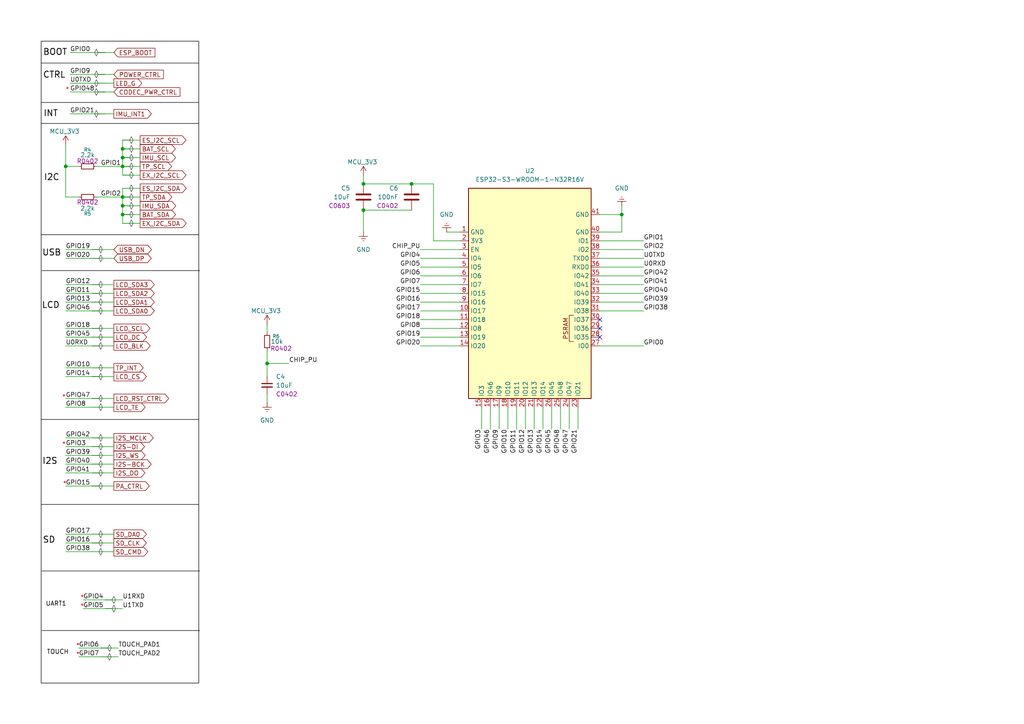
<source format=kicad_sch>
(kicad_sch (version 20250114) (generator "eeschema") (generator_version "9.0")
  (paper "A4")
  (lib_symbols
    (symbol "Device:C" (pin_numbers (hide yes)) (pin_names (offset 0.254))
      (property "Reference" "C" (at 0.635 2.54 0))
      (property "Value" "C" (at 0.635 -2.54 0))
      (symbol "C_0_1"
        (polyline (pts (xy -2.032 0.762) (xy 2.032 0.762)) (stroke (width 0.508)))
        (polyline (pts (xy -2.032 -0.762) (xy 2.032 -0.762)) (stroke (width 0.508)))
      )
      (symbol "C_1_1"
        (pin passive line (at 0 3.81 270) (length 2.794) (name "~") (number "1"))
        (pin passive line (at 0 -3.81 90) (length 2.794) (name "~") (number "2"))
      )
    )
    (symbol "Device:C_Small" (pin_numbers (hide yes)) (pin_names (offset 0.254) (hide yes))
      (property "Reference" "C" (at 0.254 1.778 0))
      (property "Value" "C_Small" (at 0.254 -2.032 0))
      (symbol "C_Small_0_1"
        (polyline (pts (xy -1.524 0.508) (xy 1.524 0.508)) (stroke (width 0.3048)))
        (polyline (pts (xy -1.524 -0.508) (xy 1.524 -0.508)) (stroke (width 0.3302)))
      )
      (symbol "C_Small_1_1"
        (pin passive line (at 0 2.54 270) (length 2.032) (name "~") (number "1"))
        (pin passive line (at 0 -2.54 90) (length 2.032) (name "~") (number "2"))
      )
    )
    (symbol "Device:R_Small" (pin_numbers (hide yes)) (pin_names (offset 0.254) (hide yes))
      (property "Reference" "R" (at 0 0 90))
      (property "Value" "R_Small" (at 1.778 0 90))
      (symbol "R_Small_0_1"
        (rectangle (start -0.762 1.778) (end 0.762 -1.778) (stroke (width 0.2032)))
      )
      (symbol "R_Small_1_1"
        (pin passive line (at 0 2.54 270) (length 0.762) (name "~") (number "1"))
        (pin passive line (at 0 -2.54 90) (length 0.762) (name "~") (number "2"))
      )
    )
    (symbol "EchoEarCopy:ESP32-S3-WROOM-1-N32R16V"
      (property "Reference" "U" (at -16.002 29.464 0))
      (property "Value" "ESP32-S3-WROOM-1-N32R16V" (at 16.002 29.464 0))
      (symbol "ESP32-S3-WROOM-1-N32R16V_0_0"
        (rectangle (start -17.78 27.94) (end 17.78 -33.02) (stroke (width 0.254)) (fill (type background)))
        (text "PSRAM" (at 10.414 -12.7 900) (effects (font (size 1.27 1.27))))
      )
      (symbol "ESP32-S3-WROOM-1-N32R16V_0_1"
        (polyline (pts (xy 12.7 -16.51) (xy 11.43 -16.51) (xy 11.43 -8.89) (xy 12.7 -8.89)))
      )
      (symbol "ESP32-S3-WROOM-1-N32R16V_1_1"
        (pin power_in line (at -20.32 15.24 0) (length 2.54) (name "GND") (number "1"))
        (pin power_in line (at -20.32 12.7 0) (length 2.54) (name "3V3") (number "2"))
        (pin input line (at -20.32 10.16 0) (length 2.54) (name "EN") (number "3"))
        (pin bidirectional line (at -20.32 7.62 0) (length 2.54) (name "IO4") (number "4"))
        (pin bidirectional line (at -20.32 5.08 0) (length 2.54) (name "IO5") (number "5"))
        (pin bidirectional line (at -20.32 2.54 0) (length 2.54) (name "IO6") (number "6"))
        (pin bidirectional line (at -20.32 0 0) (length 2.54) (name "IO7") (number "7"))
        (pin bidirectional line (at -20.32 -2.54 0) (length 2.54) (name "IO15") (number "8"))
        (pin bidirectional line (at -20.32 -5.08 0) (length 2.54) (name "IO16") (number "9"))
        (pin bidirectional line (at -20.32 -7.62 0) (length 2.54) (name "IO17") (number "10"))
        (pin bidirectional line (at -20.32 -10.16 0) (length 2.54) (name "IO18") (number "11"))
        (pin bidirectional line (at -20.32 -12.7 0) (length 2.54) (name "IO8") (number "12"))
        (pin bidirectional line (at -20.32 -15.24 0) (length 2.54) (name "IO19") (number "13"))
        (pin bidirectional line (at -20.32 -17.78 0) (length 2.54) (name "IO20") (number "14"))
        (pin bidirectional line (at -13.97 -35.56 90) (length 2.54) (name "IO3") (number "15"))
        (pin bidirectional line (at -11.43 -35.56 90) (length 2.54) (name "IO46") (number "16"))
        (pin bidirectional line (at -8.89 -35.56 90) (length 2.54) (name "IO9") (number "17"))
        (pin bidirectional line (at -6.35 -35.56 90) (length 2.54) (name "IO10") (number "18"))
        (pin bidirectional line (at -3.81 -35.56 90) (length 2.54) (name "IO11") (number "19"))
        (pin bidirectional line (at -1.27 -35.56 90) (length 2.54) (name "IO12") (number "20"))
        (pin bidirectional line (at 1.27 -35.56 90) (length 2.54) (name "IO13") (number "21"))
        (pin bidirectional line (at 3.81 -35.56 90) (length 2.54) (name "IO14") (number "22"))
        (pin bidirectional line (at 6.35 -35.56 90) (length 2.54) (name "IO45") (number "26"))
        (pin bidirectional line (at 8.89 -35.56 90) (length 2.54) (name "IO48") (number "25"))
        (pin bidirectional line (at 11.43 -35.56 90) (length 2.54) (name "IO47") (number "24"))
        (pin bidirectional line (at 13.97 -35.56 90) (length 2.54) (name "IO21") (number "23"))
        (pin passive line (at 20.32 20.32 180) (length 2.54) (name "GND") (number "41"))
        (pin passive line (at 20.32 15.24 180) (length 2.54) (name "GND") (number "40"))
        (pin bidirectional line (at 20.32 12.7 180) (length 2.54) (name "IO1") (number "39"))
        (pin bidirectional line (at 20.32 10.16 180) (length 2.54) (name "IO2") (number "38"))
        (pin bidirectional line (at 20.32 7.62 180) (length 2.54) (name "TXD0") (number "37"))
        (pin bidirectional line (at 20.32 5.08 180) (length 2.54) (name "RXD0") (number "36"))
        (pin bidirectional line (at 20.32 2.54 180) (length 2.54) (name "IO42") (number "35"))
        (pin bidirectional line (at 20.32 0 180) (length 2.54) (name "IO41") (number "34"))
        (pin bidirectional line (at 20.32 -2.54 180) (length 2.54) (name "IO40") (number "33"))
        (pin bidirectional line (at 20.32 -5.08 180) (length 2.54) (name "IO39") (number "32"))
        (pin bidirectional line (at 20.32 -7.62 180) (length 2.54) (name "IO38") (number "31"))
        (pin bidirectional line (at 20.32 -10.16 180) (length 2.54) (name "IO37") (number "30"))
        (pin bidirectional line (at 20.32 -12.7 180) (length 2.54) (name "IO36") (number "29"))
        (pin bidirectional line (at 20.32 -15.24 180) (length 2.54) (name "IO35") (number "28"))
        (pin bidirectional line (at 20.32 -17.78 180) (length 2.54) (name "IO0") (number "27"))
      )
    )
    (symbol "power:+3V3" (power) (pin_numbers (hide yes)) (pin_names (offset 0) (hide yes))
      (property "Value" "+3V3" (at 0 3.556 0))
      (symbol "+3V3_0_1"
        (polyline (pts (xy -0.762 1.27) (xy 0 2.54)))
        (polyline (pts (xy 0 2.54) (xy 0.762 1.27)))
        (polyline (pts (xy 0 0) (xy 0 2.54)))
      )
      (symbol "+3V3_1_1"
        (pin power_in line (at 0 0 90) (length 0) (name "~") (number "1"))
      )
    )
    (symbol "power:Earth" (power) (pin_numbers (hide yes)) (pin_names (offset 0) (hide yes))
      (property "Value" "Earth" (at 0 -3.81 0))
      (symbol "Earth_0_1"
        (polyline (pts (xy -0.635 -1.905) (xy 0.635 -1.905)))
        (polyline (pts (xy -0.127 -2.54) (xy 0.127 -2.54)))
        (polyline (pts (xy 0 -1.27) (xy 0 0)))
        (polyline (pts (xy 1.27 -1.27) (xy -1.27 -1.27)))
      )
      (symbol "Earth_1_1"
        (pin power_in line (at 0 0 270) (length 0) (name "~") (number "1"))
      )
    )
  )
  (rectangle (start 11.938 11.938) (end 57.658 198.12) (stroke (width 0) (color 0 0 0 1)))
  (text "LCD" (at 14.732 88.646 0) (effects (font (size 1.778 1.778) (thickness 0.2223))))
  (text "CTRL" (at 15.748 21.844 0) (effects (font (size 1.778 1.778) (thickness 0.2223))))
  (text "*" (at 18.542 115.316 0) (effects (font (size 1.27 1.27))))
  (text "*" (at 23.876 173.482 0) (effects (font (size 1.27 1.27))))
  (text "*" (at 18.796 140.462 0) (effects (font (size 1.27 1.27))))
  (text "TOUCH\n" (at 16.764 189.23 0) (effects (font (size 1.27 1.27) (thickness 0.1588))))
  (text "*" (at 22.606 189.992 0) (effects (font (size 1.27 1.27))))
  (text "BOOT" (at 16.002 15.24 0) (effects (font (size 1.778 1.778) (thickness 0.2223))))
  (text "*" (at 22.606 187.452 0) (effects (font (size 1.27 1.27))))
  (text "*" (at 19.558 26.162 0) (effects (font (size 1.27 1.27))))
  (text "I2S" (at 14.478 133.858 0) (effects (font (size 1.778 1.778) (thickness 0.2223))))
  (text "I2C" (at 14.986 51.562 0) (effects (font (size 1.778 1.778) (thickness 0.2223))))
  (text "*" (at 23.876 176.022 0) (effects (font (size 1.27 1.27))))
  (text "UART1" (at 16.256 175.26 0) (effects (font (size 1.27 1.27) (thickness 0.1588))))
  (text "INT\n" (at 14.732 33.02 0) (effects (font (size 1.778 1.778) (thickness 0.2223))))
  (text "SD" (at 14.224 156.718 0) (effects (font (size 1.778 1.778) (thickness 0.2223))))
  (text "*" (at 18.542 129.032 0) (effects (font (size 1.27 1.27))))
  (text "USB" (at 14.986 73.406 0) (effects (font (size 1.778 1.778) (thickness 0.2223))))
  (junction (at 105.41 60.96))
  (junction (at 35.56 57.15))
  (junction (at 180.34 62.23))
  (junction (at 35.56 45.72))
  (junction (at 35.56 62.23))
  (junction (at 19.05 48.26))
  (junction (at 119.38 53.34))
  (junction (at 35.56 43.18))
  (junction (at 35.56 48.26))
  (junction (at 77.47 105.41))
  (junction (at 35.56 59.69))
  (junction (at 105.41 53.34))
  (no_connect (at 173.99 92.71))
  (no_connect (at 173.99 95.25))
  (no_connect (at 173.99 97.79))
  (wire (pts (xy 35.56 59.69) (xy 35.56 62.23)))
  (wire (pts (xy 35.56 50.8) (xy 40.64 50.8)))
  (wire (pts (xy 19.05 160.02) (xy 33.02 160.02)))
  (wire (pts (xy 152.4 118.11) (xy 152.4 124.46)))
  (wire (pts (xy 24.13 176.53) (xy 35.56 176.53)))
  (wire (pts (xy 142.24 118.11) (xy 142.24 124.46)))
  (wire (pts (xy 35.56 57.15) (xy 40.64 57.15)))
  (wire (pts (xy 105.41 60.96) (xy 105.41 67.31)))
  (wire (pts (xy 35.56 64.77) (xy 40.64 64.77)))
  (wire (pts (xy 19.05 74.93) (xy 33.02 74.93)))
  (wire (pts (xy 20.32 15.24) (xy 33.02 15.24)))
  (polyline (pts (xy 12.192 78.486) (xy 57.912 78.486)) (stroke (width 0) (type solid) (color 0 0 0 1)))
  (wire (pts (xy 173.99 74.93) (xy 186.69 74.93)))
  (wire (pts (xy 19.05 85.09) (xy 33.02 85.09)))
  (wire (pts (xy 121.92 77.47) (xy 133.35 77.47)))
  (wire (pts (xy 35.56 54.61) (xy 40.64 54.61)))
  (wire (pts (xy 173.99 90.17) (xy 186.69 90.17)))
  (wire (pts (xy 173.99 85.09) (xy 186.69 85.09)))
  (wire (pts (xy 165.1 118.11) (xy 165.1 124.46)))
  (wire (pts (xy 19.05 132.08) (xy 33.02 132.08)))
  (wire (pts (xy 35.56 40.64) (xy 40.64 40.64)))
  (wire (pts (xy 19.05 82.55) (xy 33.02 82.55)))
  (wire (pts (xy 121.92 74.93) (xy 133.35 74.93)))
  (wire (pts (xy 173.99 100.33) (xy 186.69 100.33)))
  (wire (pts (xy 19.05 154.94) (xy 33.02 154.94)))
  (wire (pts (xy 20.32 26.67) (xy 33.02 26.67)))
  (wire (pts (xy 35.56 45.72) (xy 35.56 48.26)))
  (wire (pts (xy 125.73 69.85) (xy 133.35 69.85)))
  (wire (pts (xy 173.99 69.85) (xy 186.69 69.85)))
  (wire (pts (xy 35.56 43.18) (xy 40.64 43.18)))
  (wire (pts (xy 173.99 72.39) (xy 186.69 72.39)))
  (wire (pts (xy 77.47 101.6) (xy 77.47 105.41)))
  (wire (pts (xy 157.48 118.11) (xy 157.48 124.46)))
  (wire (pts (xy 125.73 53.34) (xy 125.73 69.85)))
  (wire (pts (xy 160.02 118.11) (xy 160.02 124.46)))
  (wire (pts (xy 35.56 45.72) (xy 40.64 45.72)))
  (wire (pts (xy 19.05 41.91) (xy 19.05 48.26)))
  (wire (pts (xy 35.56 48.26) (xy 40.64 48.26)))
  (wire (pts (xy 35.56 40.64) (xy 35.56 43.18)))
  (wire (pts (xy 173.99 82.55) (xy 186.69 82.55)))
  (wire (pts (xy 19.05 134.62) (xy 33.02 134.62)))
  (wire (pts (xy 77.47 105.41) (xy 83.82 105.41)))
  (wire (pts (xy 139.7 118.11) (xy 139.7 124.46)))
  (wire (pts (xy 121.92 92.71) (xy 133.35 92.71)))
  (wire (pts (xy 121.92 95.25) (xy 133.35 95.25)))
  (wire (pts (xy 19.05 118.11) (xy 33.02 118.11)))
  (wire (pts (xy 121.92 80.01) (xy 133.35 80.01)))
  (wire (pts (xy 162.56 118.11) (xy 162.56 124.46)))
  (wire (pts (xy 19.05 97.79) (xy 33.02 97.79)))
  (wire (pts (xy 19.05 57.15) (xy 22.86 57.15)))
  (wire (pts (xy 35.56 57.15) (xy 35.56 59.69)))
  (wire (pts (xy 173.99 87.63) (xy 186.69 87.63)))
  (wire (pts (xy 20.32 33.02) (xy 33.02 33.02)))
  (wire (pts (xy 121.92 72.39) (xy 133.35 72.39)))
  (polyline (pts (xy 11.938 146.304) (xy 57.658 146.304)) (stroke (width 0) (type solid) (color 0 0 0 1)))
  (wire (pts (xy 20.32 24.13) (xy 33.02 24.13)))
  (wire (pts (xy 121.92 97.79) (xy 133.35 97.79)))
  (polyline (pts (xy 11.938 35.814) (xy 57.658 35.814)) (stroke (width 0) (type solid) (color 0 0 0 1)))
  (wire (pts (xy 19.05 48.26) (xy 22.86 48.26)))
  (wire (pts (xy 19.05 157.48) (xy 33.02 157.48)))
  (wire (pts (xy 173.99 80.01) (xy 186.69 80.01)))
  (wire (pts (xy 35.56 59.69) (xy 40.64 59.69)))
  (wire (pts (xy 149.86 118.11) (xy 149.86 124.46)))
  (wire (pts (xy 22.86 187.96) (xy 34.29 187.96)))
  (polyline (pts (xy 12.192 182.88) (xy 57.912 182.88)) (stroke (width 0) (type solid) (color 0 0 0 1)))
  (wire (pts (xy 19.05 87.63) (xy 33.02 87.63)))
  (wire (pts (xy 35.56 62.23) (xy 35.56 64.77)))
  (wire (pts (xy 19.05 48.26) (xy 19.05 57.15)))
  (wire (pts (xy 19.05 109.22) (xy 33.02 109.22)))
  (wire (pts (xy 19.05 90.17) (xy 33.02 90.17)))
  (wire (pts (xy 20.32 21.59) (xy 33.02 21.59)))
  (wire (pts (xy 19.05 72.39) (xy 33.02 72.39)))
  (wire (pts (xy 19.05 106.68) (xy 33.02 106.68)))
  (wire (pts (xy 147.32 118.11) (xy 147.32 124.46)))
  (wire (pts (xy 121.92 100.33) (xy 133.35 100.33)))
  (wire (pts (xy 173.99 62.23) (xy 180.34 62.23)))
  (wire (pts (xy 24.13 173.99) (xy 35.56 173.99)))
  (wire (pts (xy 77.47 105.41) (xy 77.47 109.22)))
  (wire (pts (xy 121.92 90.17) (xy 133.35 90.17)))
  (polyline (pts (xy 11.938 121.666) (xy 57.658 121.666)) (stroke (width 0) (type solid) (color 0 0 0 1)))
  (wire (pts (xy 180.34 62.23) (xy 180.34 67.31)))
  (wire (pts (xy 144.78 118.11) (xy 144.78 124.46)))
  (wire (pts (xy 105.41 53.34) (xy 119.38 53.34)))
  (wire (pts (xy 125.73 53.34) (xy 119.38 53.34)))
  (wire (pts (xy 19.05 100.33) (xy 33.02 100.33)))
  (wire (pts (xy 121.92 87.63) (xy 133.35 87.63)))
  (wire (pts (xy 35.56 54.61) (xy 35.56 57.15)))
  (wire (pts (xy 22.86 190.5) (xy 34.29 190.5)))
  (wire (pts (xy 77.47 114.3) (xy 77.47 116.84)))
  (wire (pts (xy 35.56 48.26) (xy 35.56 50.8)))
  (wire (pts (xy 35.56 62.23) (xy 40.64 62.23)))
  (wire (pts (xy 27.94 48.26) (xy 35.56 48.26)))
  (polyline (pts (xy 11.938 68.072) (xy 57.658 68.072)) (stroke (width 0) (type solid) (color 0 0 0 1)))
  (polyline (pts (xy 11.938 18.288) (xy 57.658 18.288)) (stroke (width 0) (type solid) (color 0 0 0 1)))
  (wire (pts (xy 19.05 127) (xy 33.02 127)))
  (wire (pts (xy 19.05 129.54) (xy 33.02 129.54)))
  (wire (pts (xy 19.05 95.25) (xy 33.02 95.25)))
  (polyline (pts (xy 11.938 29.718) (xy 57.658 29.718)) (stroke (width 0) (type solid) (color 0 0 0 1)))
  (wire (pts (xy 105.41 50.8) (xy 105.41 53.34)))
  (polyline (pts (xy 12.192 165.608) (xy 57.912 165.608)) (stroke (width 0) (type solid) (color 0 0 0 1)))
  (wire (pts (xy 173.99 67.31) (xy 180.34 67.31)))
  (wire (pts (xy 121.92 82.55) (xy 133.35 82.55)))
  (wire (pts (xy 19.05 140.97) (xy 33.02 140.97)))
  (wire (pts (xy 19.05 137.16) (xy 33.02 137.16)))
  (wire (pts (xy 27.94 57.15) (xy 35.56 57.15)))
  (wire (pts (xy 167.64 118.11) (xy 167.64 124.46)))
  (wire (pts (xy 121.92 85.09) (xy 133.35 85.09)))
  (wire (pts (xy 129.54 67.31) (xy 133.35 67.31)))
  (wire (pts (xy 173.99 77.47) (xy 186.69 77.47)))
  (wire (pts (xy 105.41 60.96) (xy 119.38 60.96)))
  (wire (pts (xy 35.56 43.18) (xy 35.56 45.72)))
  (wire (pts (xy 180.34 59.69) (xy 180.34 62.23)))
  (wire (pts (xy 77.47 93.98) (xy 77.47 96.52)))
  (wire (pts (xy 154.94 118.11) (xy 154.94 124.46)))
  (wire (pts (xy 19.05 115.57) (xy 33.02 115.57)))
  (label "GPIO46" (at 19.05 90.17 0))
  (label "GPIO48" (at 20.32 26.67 0))
  (label "GPIO42" (at 19.05 127 0) (effects (font (thickness 0.1588))))
  (label "GPIO18" (at 121.92 92.71 180))
  (label "GPIO19" (at 121.92 97.79 180))
  (label "GPIO1" (at 29.21 48.26 0))
  (label "GPIO15" (at 121.92 85.09 180))
  (label "GPIO21" (at 167.64 124.46 270))
  (label "GPIO46" (at 142.24 124.46 270))
  (label "GPIO41" (at 19.05 137.16 0))
  (label "GPIO5" (at 121.92 77.47 180))
  (label "GPIO10" (at 147.32 124.46 270))
  (label "GPIO18" (at 19.05 95.25 0))
  (label "GPIO7" (at 121.92 82.55 180))
  (label "GPIO0" (at 20.32 15.24 0))
  (label "GPIO3" (at 139.7 124.46 270))
  (label "GPIO16" (at 19.05 157.48 0) (effects (font (thickness 0.1588))))
  (label "GPIO15" (at 19.05 140.97 0))
  (label "GPIO12" (at 19.05 82.55 0) (effects (font (thickness 0.1588))))
  (label "GPIO47" (at 165.1 124.46 270))
  (label "GPIO4" (at 121.92 74.93 180))
  (label "GPIO10" (at 19.05 106.68 0))
  (label "GPIO17" (at 19.05 154.94 0) (effects (font (thickness 0.1588))))
  (label "GPIO38" (at 19.05 160.02 0))
  (label "GPIO19" (at 19.05 72.39 0) (effects (font (thickness 0.1588))))
  (label "GPIO42" (at 186.69 80.01 0))
  (label "GPIO9" (at 20.32 21.59 0))
  (label "TOUCH_PAD2" (at 34.29 190.5 0) (effects (font (thickness 0.1588))))
  (label "GPIO9" (at 144.78 124.46 270))
  (label "U0TXD" (at 20.32 24.13 0))
  (label "GPIO20" (at 121.92 100.33 180))
  (label "U1TXD" (at 35.56 176.53 0) (effects (font (thickness 0.1588))))
  (label "GPIO1" (at 186.69 69.85 0))
  (label "GPIO11" (at 149.86 124.46 270))
  (label "GPIO7" (at 22.86 190.5 0) (effects (font (thickness 0.1588))))
  (label "GPIO0" (at 186.69 100.33 0))
  (label "GPIO48" (at 162.56 124.46 270))
  (label "GPIO2" (at 186.69 72.39 0))
  (label "GPIO16" (at 121.92 87.63 180))
  (label "U0RXD" (at 186.69 77.47 0))
  (label "CHIP_PU" (at 121.92 72.39 180))
  (label "GPIO39" (at 186.69 87.63 0))
  (label "GPIO6" (at 22.86 187.96 0) (effects (font (thickness 0.1588))))
  (label "U0RXD" (at 19.05 100.33 0))
  (label "GPIO41" (at 186.69 82.55 0))
  (label "GPIO14" (at 157.48 124.46 270))
  (label "GPIO40" (at 19.05 134.62 0))
  (label "GPIO6" (at 121.92 80.01 180))
  (label "U0TXD" (at 186.69 74.93 0))
  (label "U1RXD" (at 35.56 173.99 0) (effects (font (thickness 0.1588))))
  (label "TOUCH_PAD1" (at 34.29 187.96 0) (effects (font (thickness 0.1588))))
  (label "GPIO45" (at 19.05 97.79 0))
  (label "GPIO11" (at 19.05 85.09 0) (effects (font (thickness 0.1588))))
  (label "GPIO3" (at 19.05 129.54 0) (effects (font (thickness 0.1588))))
  (label "GPIO4" (at 24.13 173.99 0) (effects (font (thickness 0.1588))))
  (label "GPIO40" (at 186.69 85.09 0))
  (label "CHIP_PU" (at 83.82 105.41 0) (effects (font (thickness 0.1588))))
  (label "GPIO14" (at 19.05 109.22 0))
  (label "GPIO39" (at 19.05 132.08 0) (effects (font (thickness 0.1588))))
  (label "GPIO13" (at 154.94 124.46 270))
  (label "GPIO17" (at 121.92 90.17 180))
  (label "GPIO5" (at 24.13 176.53 0) (effects (font (thickness 0.1588))))
  (label "GPIO8" (at 121.92 95.25 180))
  (label "GPIO47" (at 19.05 115.57 0))
  (label "GPIO20" (at 19.05 74.93 0) (effects (font (thickness 0.1588))))
  (label "GPIO38" (at 186.69 90.17 0))
  (label "GPIO12" (at 152.4 124.46 270))
  (label "GPIO45" (at 160.02 124.46 270))
  (label "GPIO13" (at 19.05 87.63 0) (effects (font (thickness 0.1588))))
  (label "GPIO21" (at 20.32 33.02 0))
  (label "GPIO8" (at 19.05 118.11 0))
  (label "GPIO2" (at 29.21 57.15 0))
  (global_label "IMU_INT1" (shape output) (at 33.02 33.02 0) (property "Intersheetrefs" "${INTERSHEET_REFS}" (effects (hide yes))))
  (global_label "LCD_BLK" (shape output) (at 33.02 100.33 0) (property "Intersheetrefs" "${INTERSHEET_REFS}" (effects (hide yes))))
  (global_label "TP_INT" (shape output) (at 33.02 106.68 0) (property "Intersheetrefs" "${INTERSHEET_REFS}" (effects (hide yes))))
  (global_label "IMU_SDA" (shape output) (at 40.64 59.69 0) (property "Intersheetrefs" "${INTERSHEET_REFS}" (effects (hide yes))))
  (global_label "USB_DN" (shape bidirectional) (at 33.02 72.39 0) (effects (font (thickness 0.1588))) (property "Intersheetrefs" "${INTERSHEET_REFS}" (effects (hide yes))))
  (global_label "LCD_SDA0" (shape output) (at 33.02 90.17 0) (property "Intersheetrefs" "${INTERSHEET_REFS}" (effects (hide yes))))
  (global_label "I2S_WS" (shape output) (at 33.02 132.08 0) (property "Intersheetrefs" "${INTERSHEET_REFS}" (effects (hide yes))))
  (global_label "USB_DP" (shape bidirectional) (at 33.02 74.93 0) (effects (font (thickness 0.1588))) (property "Intersheetrefs" "${INTERSHEET_REFS}" (effects (hide yes))))
  (global_label "IMU_SCL" (shape output) (at 40.64 45.72 0) (property "Intersheetrefs" "${INTERSHEET_REFS}" (effects (hide yes))))
  (global_label "ESP_BOOT" (shape input) (at 33.02 15.24 0) (property "Intersheetrefs" "${INTERSHEET_REFS}" (effects (hide yes))))
  (global_label "LED_G" (shape output) (at 33.02 24.13 0) (property "Intersheetrefs" "${INTERSHEET_REFS}" (effects (hide yes))))
  (global_label "I2S-BCK" (shape output) (at 33.02 134.62 0) (property "Intersheetrefs" "${INTERSHEET_REFS}" (effects (hide yes))))
  (global_label "BAT_SCL" (shape output) (at 40.64 43.18 0) (property "Intersheetrefs" "${INTERSHEET_REFS}" (effects (hide yes))))
  (global_label "LCD_SDA2" (shape output) (at 33.02 85.09 0) (property "Intersheetrefs" "${INTERSHEET_REFS}" (effects (hide yes))))
  (global_label "TP_SDA" (shape output) (at 40.64 57.15 0) (property "Intersheetrefs" "${INTERSHEET_REFS}" (effects (hide yes))))
  (global_label "CODEC_PWR_CTRL" (shape input) (at 33.02 26.67 0) (property "Intersheetrefs" "${INTERSHEET_REFS}" (effects (hide yes))))
  (global_label "POWER_CTRL" (shape input) (at 33.02 21.59 0) (property "Intersheetrefs" "${INTERSHEET_REFS}" (effects (hide yes))))
  (global_label "ES_I2C_SCL" (shape output) (at 40.64 40.64 0) (property "Intersheetrefs" "${INTERSHEET_REFS}" (effects (hide yes))))
  (global_label "LCD_RST_CTRL" (shape output) (at 33.02 115.57 0) (property "Intersheetrefs" "${INTERSHEET_REFS}" (effects (hide yes))))
  (global_label "EX_I2C_SCL" (shape output) (at 40.64 50.8 0) (property "Intersheetrefs" "${INTERSHEET_REFS}" (effects (hide yes))))
  (global_label "SD_CMD" (shape output) (at 33.02 160.02 0) (property "Intersheetrefs" "${INTERSHEET_REFS}" (effects (hide yes))))
  (global_label "LCD_SDA1" (shape output) (at 33.02 87.63 0) (property "Intersheetrefs" "${INTERSHEET_REFS}" (effects (hide yes))))
  (global_label "LCD_SDA3" (shape output) (at 33.02 82.55 0) (property "Intersheetrefs" "${INTERSHEET_REFS}" (effects (hide yes))))
  (global_label "PA_CTRL" (shape output) (at 33.02 140.97 0) (property "Intersheetrefs" "${INTERSHEET_REFS}" (effects (hide yes))))
  (global_label "ES_I2C_SDA" (shape output) (at 40.64 54.61 0) (property "Intersheetrefs" "${INTERSHEET_REFS}" (effects (hide yes))))
  (global_label "SD_DA0" (shape output) (at 33.02 154.94 0) (property "Intersheetrefs" "${INTERSHEET_REFS}" (effects (hide yes))))
  (global_label "BAT_SDA" (shape output) (at 40.64 62.23 0) (property "Intersheetrefs" "${INTERSHEET_REFS}" (effects (hide yes))))
  (global_label "I2S_MCLK" (shape output) (at 33.02 127 0) (effects (font (thickness 0.1588))) (property "Intersheetrefs" "${INTERSHEET_REFS}" (effects (hide yes))))
  (global_label "LCD_DC" (shape output) (at 33.02 97.79 0) (property "Intersheetrefs" "${INTERSHEET_REFS}" (effects (hide yes))))
  (global_label "EX_I2C_SDA" (shape output) (at 40.64 64.77 0) (property "Intersheetrefs" "${INTERSHEET_REFS}" (effects (hide yes))))
  (global_label "SD_CLK" (shape output) (at 33.02 157.48 0) (property "Intersheetrefs" "${INTERSHEET_REFS}" (effects (hide yes))))
  (global_label "LCD_CS" (shape output) (at 33.02 109.22 0) (property "Intersheetrefs" "${INTERSHEET_REFS}" (effects (hide yes))))
  (global_label "TP_SCL" (shape output) (at 40.64 48.26 0) (property "Intersheetrefs" "${INTERSHEET_REFS}" (effects (hide yes))))
  (global_label "LCD_TE" (shape output) (at 33.02 118.11 0) (property "Intersheetrefs" "${INTERSHEET_REFS}" (effects (hide yes))))
  (global_label "I2S-DI" (shape output) (at 33.02 129.54 0) (effects (font (thickness 0.1588))) (property "Intersheetrefs" "${INTERSHEET_REFS}" (effects (hide yes))))
  (global_label "I2S_DO" (shape output) (at 33.02 137.16 0) (property "Intersheetrefs" "${INTERSHEET_REFS}" (effects (hide yes))))
  (global_label "LCD_SCL" (shape output) (at 33.02 95.25 0) (property "Intersheetrefs" "${INTERSHEET_REFS}" (effects (hide yes))))
  (netclass_flag "" (length 2.54) (shape diamond) (at 30.48 176.53 270) (property "Netclass" "GPIO5" (effects (hide yes))))
  (netclass_flag "" (length 2.54) (shape diamond) (at 35.56 40.64 270) (property "Netclass" "GPIO1" (effects (hide yes))))
  (netclass_flag "" (length 2.54) (shape diamond) (at 26.67 137.16 270) (property "Netclass" "GPIO41" (effects (hide yes))))
  (netclass_flag "" (length 2.54) (shape diamond) (at 30.48 33.02 90) (property "Netclass" "GPIO21" (effects (hide yes))))
  (netclass_flag "" (length 2.54) (shape diamond) (at 30.48 26.67 90) (property "Netclass" "GPIO48" (effects (hide yes))))
  (netclass_flag "" (length 2.54) (shape diamond) (at 26.67 90.17 270) (property "Netclass" "GPIO46" (effects (hide yes))))
  (netclass_flag "" (length 2.54) (shape diamond) (at 35.56 54.61 270) (property "Netclass" "GPIO2" (effects (hide yes))))
  (netclass_flag "" (length 2.54) (shape diamond) (at 35.56 59.69 270) (property "Netclass" "GPIO2" (effects (hide yes))))
  (netclass_flag "" (length 2.54) (shape diamond) (at 26.67 134.62 270) (property "Netclass" "GPIO40" (effects (hide yes))))
  (netclass_flag "" (length 2.54) (shape diamond) (at 26.67 160.02 270) (property "Netclass" "GPIO38" (effects (hide yes))))
  (netclass_flag "" (length 2.54) (shape diamond) (at 35.56 50.8 270) (property "Netclass" "GPIO1" (effects (hide yes))))
  (netclass_flag "" (length 2.54) (shape diamond) (at 26.67 82.55 270) (property "Netclass" "GPIO12" (effects (hide yes))))
  (netclass_flag "" (length 2.54) (shape diamond) (at 26.67 85.09 270) (property "Netclass" "GPIO11" (effects (hide yes))))
  (netclass_flag "" (length 2.54) (shape diamond) (at 26.67 132.08 270) (property "Netclass" "GPIO39" (effects (hide yes))))
  (netclass_flag "" (length 2.54) (shape diamond) (at 26.67 97.79 270) (property "Netclass" "GPIO45" (effects (hide yes))))
  (netclass_flag "" (length 2.54) (shape diamond) (at 35.56 43.18 270) (property "Netclass" "GPIO1" (effects (hide yes))))
  (netclass_flag "" (length 2.54) (shape diamond) (at 26.67 109.22 270) (property "Netclass" "GPIO14" (effects (hide yes))))
  (netclass_flag "" (length 2.54) (shape diamond) (at 35.56 48.26 270) (property "Netclass" "GPIO1" (effects (hide yes))))
  (netclass_flag "" (length 2.54) (shape diamond) (at 26.67 154.94 270) (property "Netclass" "GPIO17" (effects (hide yes))))
  (netclass_flag "" (length 2.54) (shape diamond) (at 26.67 74.93 270) (property "Netclass" "GPIO20" (effects (hide yes))))
  (netclass_flag "" (length 2.54) (shape diamond) (at 30.48 21.59 90) (property "Netclass" "GPIO9" (effects (hide yes))))
  (netclass_flag "" (length 2.54) (shape diamond) (at 30.48 24.13 90) (property "Netclass" "U0TXD" (effects (hide yes))))
  (netclass_flag "" (length 2.54) (shape diamond) (at 26.67 72.39 270) (property "Netclass" "GPIO19" (effects (hide yes))))
  (netclass_flag "" (length 2.54) (shape diamond) (at 26.67 100.33 270) (property "Netclass" "U0RXD" (effects (hide yes))))
  (netclass_flag "" (length 2.54) (shape diamond) (at 26.67 87.63 270) (property "Netclass" "GPIO13" (effects (hide yes))))
  (netclass_flag "" (length 2.54) (shape diamond) (at 26.67 118.11 270) (property "Netclass" "GPIO8" (effects (hide yes))))
  (netclass_flag "" (length 2.54) (shape diamond) (at 29.21 190.5 270) (property "Netclass" "GPIO7" (effects (hide yes))))
  (netclass_flag "" (length 2.54) (shape diamond) (at 26.67 95.25 270) (property "Netclass" "GPIO18" (effects (hide yes))))
  (netclass_flag "" (length 2.54) (shape diamond) (at 35.56 64.77 270) (property "Netclass" "GPIO2" (effects (hide yes))))
  (netclass_flag "" (length 2.54) (shape diamond) (at 30.48 173.99 270) (property "Netclass" "GPIO4" (effects (hide yes))))
  (netclass_flag "" (length 2.54) (shape diamond) (at 29.21 187.96 270) (property "Netclass" "GPIO6" (effects (hide yes))))
  (netclass_flag "" (length 2.54) (shape diamond) (at 26.67 140.97 270) (property "Netclass" "GPIO15" (effects (hide yes))))
  (netclass_flag "" (length 2.54) (shape diamond) (at 26.67 115.57 270) (property "Netclass" "GPIO47" (effects (hide yes))))
  (netclass_flag "" (length 2.54) (shape diamond) (at 35.56 57.15 270) (property "Netclass" "GPIO2" (effects (hide yes))))
  (netclass_flag "" (length 2.54) (shape diamond) (at 26.67 157.48 270) (property "Netclass" "GPIO16" (effects (hide yes))))
  (netclass_flag "" (length 2.54) (shape diamond) (at 35.56 45.72 270) (property "Netclass" "GPIO1" (effects (hide yes))))
  (netclass_flag "" (length 2.54) (shape diamond) (at 35.56 62.23 270) (property "Netclass" "GPIO2" (effects (hide yes))))
  (netclass_flag "" (length 2.54) (shape diamond) (at 26.67 129.54 270) (property "Netclass" "GPIO3" (effects (hide yes))))
  (netclass_flag "" (length 2.54) (shape diamond) (at 30.48 15.24 90) (property "Netclass" "GPIO0" (effects (hide yes))))
  (netclass_flag "" (length 2.54) (shape diamond) (at 26.67 127 270) (property "Netclass" "GPIO42" (effects (hide yes))))
  (netclass_flag "" (length 2.54) (shape diamond) (at 26.67 106.68 270) (property "Netclass" "GPIO10" (effects (hide yes))))
  (symbol (lib_id "power:+3V3") (at 105.41 50.8 0) (mirror y) (unit 1)
    (property "Reference" "#PWR011" (effects (hide yes)))
    (property "Value" "MCU_3V3" (at 109.474 46.99 0) (effects (justify left)))
    (property "Description" "Power symbol creates a global label with name \"+3V3\"" (effects (hide yes)))
  )
  (symbol (lib_id "Device:C") (at 119.38 57.15 0) (mirror x) (unit 1)
    (property "Reference" "C6" (at 115.57 54.6099 0) (effects (justify right)))
    (property "Value" "100nF" (at 115.57 57.1499 0) (effects (justify right)))
    (property "Footprint" "C0402" (at 115.57 59.6899 0) (effects (justify right)))
    (property "Description" "Unpolarized capacitor" (effects (hide yes)))
  )
  (symbol (lib_id "power:Earth") (at 180.34 59.69 180) (unit 1)
    (property "Reference" "#PWR014" (effects (hide yes)))
    (property "Value" "GND" (at 180.34 54.61 0))
    (property "Description" "Power symbol creates a global label with name \"Earth\"" (effects (hide yes)))
  )
  (symbol (lib_id "EchoEarCopy:ESP32-S3-WROOM-1-N32R16V") (at 153.67 82.55 0) (unit 1)
    (property "Reference" "U2" (at 153.67 49.53 0))
    (property "Value" "ESP32-S3-WROOM-1-N32R16V" (at 153.67 52.07 0))
    (property "Footprint" "RF_Module:ESP32-S3-WROOM-1" (effects (hide yes)))
    (property "Datasheet" "https://www.espressif.com/sites/default/files/documentation/esp32-s3-wroom-1_wroom-1u_datasheet_en.pdf" (effects (hide yes)))
    (property "Description" "RF Module, ESP32-S3 SoC, Wi-Fi 802.11b/g/n, Bluetooth, BLE, 32-bit, 3.3V, onboard antenna, SMD" (effects (hide yes)))
  )
  (symbol (lib_id "power:Earth") (at 129.54 67.31 180) (unit 1)
    (property "Reference" "#PWR013" (effects (hide yes)))
    (property "Value" "GND" (at 129.54 62.23 0))
    (property "Description" "Power symbol creates a global label with name \"Earth\"" (effects (hide yes)))
  )
  (symbol (lib_id "Device:R_Small") (at 25.4 48.26 270) (unit 1)
    (property "Reference" "R4" (at 25.4 43.434 90) (effects (font (size 1.016 1.016))))
    (property "Value" "2.2k" (at 25.4 44.958 90))
    (property "Footprint" "R0402" (at 25.4 46.736 90))
    (property "Description" "Resistor, small symbol" (effects (hide yes)))
  )
  (symbol (lib_id "Device:C_Small") (at 77.47 111.76 0) (unit 1)
    (property "Reference" "C4" (at 80.01 109.2262 0) (effects (justify left)))
    (property "Value" "10uF" (at 80.01 111.7662 0) (effects (justify left)))
    (property "Footprint" "C0402" (at 80.01 114.3062 0) (effects (justify left)))
    (property "Description" "Unpolarized capacitor, small symbol" (effects (hide yes)))
  )
  (symbol (lib_id "Device:C") (at 105.41 57.15 0) (mirror y) (unit 1)
    (property "Reference" "C5" (at 101.6 54.6099 0) (effects (justify left)))
    (property "Value" "10uF" (at 101.6 57.1499 0) (effects (justify left)))
    (property "Footprint" "C0603" (at 101.6 59.6899 0) (effects (justify left)))
    (property "Description" "Unpolarized capacitor" (effects (hide yes)))
  )
  (symbol (lib_id "Device:R_Small") (at 25.4 57.15 90) (unit 1)
    (property "Reference" "R5" (at 25.4 61.976 90) (effects (font (size 1.016 1.016))))
    (property "Value" "2.2k" (at 25.4 60.452 90))
    (property "Footprint" "R0402" (at 25.4 58.674 90))
    (property "Description" "Resistor, small symbol" (effects (hide yes)))
  )
  (symbol (lib_id "power:Earth") (at 105.41 67.31 0) (unit 1)
    (property "Reference" "#PWR012" (effects (hide yes)))
    (property "Value" "GND" (at 105.41 72.39 0))
    (property "Description" "Power symbol creates a global label with name \"Earth\"" (effects (hide yes)))
  )
  (symbol (lib_id "power:Earth") (at 77.47 116.84 0) (unit 1)
    (property "Reference" "#PWR010" (effects (hide yes)))
    (property "Value" "GND" (at 77.47 121.92 0))
    (property "Description" "Power symbol creates a global label with name \"Earth\"" (effects (hide yes)))
  )
  (symbol (lib_id "power:+3V3") (at 19.05 41.91 0) (mirror y) (unit 1)
    (property "Reference" "#PWR08" (effects (hide yes)))
    (property "Value" "MCU_3V3" (at 23.114 38.1 0) (effects (justify left)))
    (property "Description" "Power symbol creates a global label with name \"+3V3\"" (effects (hide yes)))
  )
  (symbol (lib_id "power:+3V3") (at 77.47 93.98 0) (mirror y) (unit 1)
    (property "Reference" "#PWR09" (effects (hide yes)))
    (property "Value" "MCU_3V3" (at 81.534 90.17 0) (effects (justify left)))
    (property "Description" "Power symbol creates a global label with name \"+3V3\"" (effects (hide yes)))
  )
  (symbol (lib_id "Device:R_Small") (at 77.47 99.06 0) (unit 1)
    (property "Reference" "R6" (at 78.994 97.536 0) (effects (font (size 1.016 1.016)) (justify left)))
    (property "Value" "10k" (at 78.486 99.06 0) (effects (justify left)))
    (property "Footprint" "R0402" (at 81.534 101.092 0))
    (property "Description" "Resistor, small symbol" (effects (hide yes)))
  )
)
</source>
